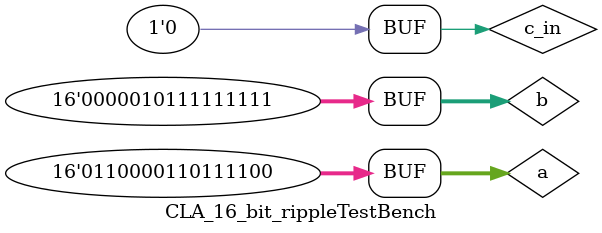
<source format=v>
`timescale 1ns / 1ps


/*
# ---------------------------------------------------------
    # COMPUTER ORGANIZATION LABORATORY
    # AUTUMN SEMESTER 2022
    # Assignment 3
    # Problem 2
    # Group No. 60
    # Abhay Kumar Keshari 20CS10001
    # Hardik Soni 20CS30023
# ---------------------------------------------------------
*/


module CLA_16_bit_rippleTestBench;

	// Inputs
	reg [15:0] a;
	reg [15:0] b;
	reg c_in;

	// Outputs
	wire [15:0] s;
	wire c_out;

	// Instantiate the Unit Under Test (UUT)
	CLA_16_bit_ripple uut (
		.a(a), 
		.b(b), 
		.c_in(c_in), 
		.s(s), 
		.c_out(c_out)
	);

	initial begin
		$monitor("@%d ns, a = %d, b = %d, c_in = %d, s = %d, c_out = %d", $time, a, b, c_in, s, c_out);
		// Initialize Inputs
		a = 16'd32445; b = 16'd16785; c_in = 1'b0;
		#100;
		a = 16'd32145; b = 16'd16785; c_in = 1'b0;
		#100;
		a = 16'd12500; b = 16'd40535; c_in = 1'b1;
		#100;
		a = 16'd25021; b = 16'd40535; c_in = 1'b1;
		#100;
		a = 16'd25020; b = 16'd01535; c_in = 1'b0;
	end
      
endmodule


</source>
